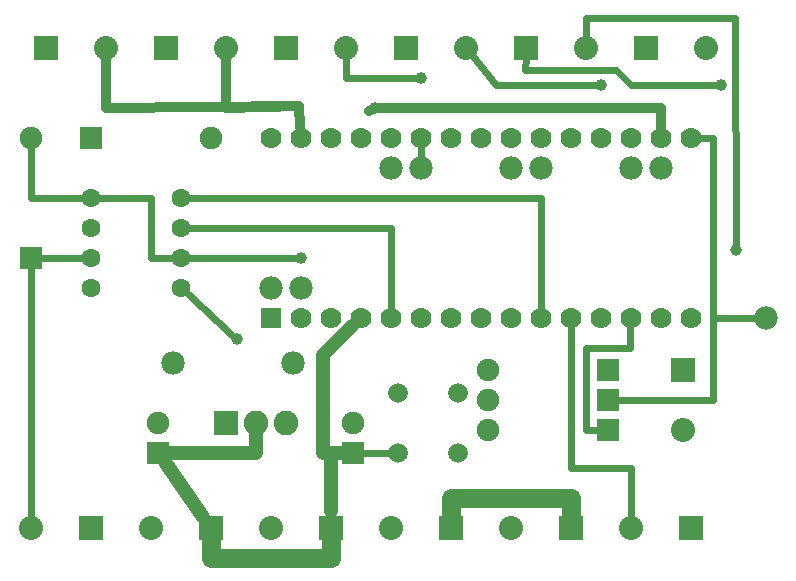
<source format=gbl>
G04 MADE WITH FRITZING*
G04 WWW.FRITZING.ORG*
G04 DOUBLE SIDED*
G04 HOLES PLATED*
G04 CONTOUR ON CENTER OF CONTOUR VECTOR*
%ASAXBY*%
%FSLAX23Y23*%
%MOIN*%
%OFA0B0*%
%SFA1.0B1.0*%
%ADD10C,0.039370*%
%ADD11C,0.078000*%
%ADD12C,0.065418*%
%ADD13C,0.070000*%
%ADD14C,0.063000*%
%ADD15C,0.075000*%
%ADD16C,0.080000*%
%ADD17C,0.082000*%
%ADD18R,0.070000X0.069972*%
%ADD19R,0.075000X0.075000*%
%ADD20R,0.080000X0.080000*%
%ADD21R,0.082000X0.082000*%
%ADD22C,0.024000*%
%ADD23C,0.048000*%
%ADD24C,0.064000*%
%ADD25C,0.032000*%
%LNCOPPER0*%
G90*
G70*
G54D10*
X894Y1077D03*
G54D11*
X1106Y1250D03*
X1006Y1250D03*
X1506Y1650D03*
X1406Y1650D03*
X1906Y1650D03*
X1806Y1650D03*
X2306Y1650D03*
X2206Y1650D03*
X2656Y1150D03*
G54D12*
X1631Y900D03*
X1631Y700D03*
X1431Y900D03*
X1431Y700D03*
G54D13*
X1006Y1150D03*
X1106Y1150D03*
X1206Y1150D03*
X1306Y1150D03*
X1406Y1150D03*
X1506Y1150D03*
X1606Y1150D03*
X1706Y1150D03*
X1806Y1150D03*
X1906Y1150D03*
X2006Y1150D03*
X2106Y1150D03*
X2206Y1150D03*
X2306Y1150D03*
X2406Y1150D03*
X1006Y1750D03*
X1106Y1750D03*
X1206Y1750D03*
X1306Y1750D03*
X1406Y1750D03*
X1506Y1750D03*
X1606Y1750D03*
X1706Y1750D03*
X1806Y1750D03*
X1906Y1750D03*
X2006Y1750D03*
X2106Y1750D03*
X2206Y1750D03*
X2306Y1750D03*
X2406Y1750D03*
G54D14*
X706Y1250D03*
X706Y1350D03*
X706Y1450D03*
X706Y1550D03*
X406Y1550D03*
X406Y1450D03*
X406Y1350D03*
X406Y1250D03*
G54D15*
X206Y1350D03*
X206Y1750D03*
X406Y1750D03*
X806Y1750D03*
G54D16*
X1606Y450D03*
X1406Y450D03*
X1206Y450D03*
X1006Y450D03*
X406Y450D03*
X206Y450D03*
X656Y2050D03*
X856Y2050D03*
X2256Y2050D03*
X2456Y2050D03*
X1856Y2050D03*
X2056Y2050D03*
X256Y2050D03*
X456Y2050D03*
X1456Y2050D03*
X1656Y2050D03*
X1056Y2050D03*
X1256Y2050D03*
X806Y450D03*
X606Y450D03*
X2406Y450D03*
X2206Y450D03*
X2381Y975D03*
X2381Y775D03*
X2006Y450D03*
X1806Y450D03*
G54D17*
X856Y800D03*
X956Y800D03*
X1056Y800D03*
G54D15*
X1281Y700D03*
X1281Y800D03*
X631Y700D03*
X631Y800D03*
G54D10*
X1106Y1350D03*
G54D15*
X2131Y775D03*
X1731Y775D03*
X2131Y975D03*
X1731Y975D03*
X2131Y875D03*
X1731Y875D03*
G54D10*
X1354Y1850D03*
X1506Y1950D03*
G54D11*
X1081Y1000D03*
X681Y1000D03*
G54D10*
X2506Y1924D03*
X2557Y1376D03*
X2106Y1924D03*
G54D18*
X1006Y1150D03*
G54D19*
X206Y1350D03*
X406Y1750D03*
G54D20*
X1606Y450D03*
X1206Y450D03*
X406Y450D03*
X656Y2050D03*
X2256Y2050D03*
X1856Y2050D03*
X256Y2050D03*
X1456Y2050D03*
X1056Y2050D03*
X806Y450D03*
X2406Y450D03*
X2381Y975D03*
X2006Y450D03*
G54D21*
X856Y800D03*
G54D19*
X1281Y700D03*
X631Y700D03*
X2131Y775D03*
X2131Y975D03*
X2131Y875D03*
G54D22*
X880Y1090D02*
X726Y1232D01*
D02*
X2006Y1121D02*
X2006Y950D01*
D02*
X2006Y950D02*
X2006Y650D01*
D02*
X2006Y650D02*
X2206Y650D01*
D02*
X2206Y650D02*
X2206Y481D01*
D02*
X1506Y1721D02*
X1506Y1680D01*
G54D23*
D02*
X957Y699D02*
X670Y700D01*
D02*
X956Y757D02*
X957Y699D01*
D02*
X781Y485D02*
X653Y668D01*
G54D24*
D02*
X1206Y350D02*
X806Y350D01*
D02*
X806Y350D02*
X806Y408D01*
D02*
X1206Y408D02*
X1206Y350D01*
D02*
X1606Y493D02*
X1606Y550D01*
D02*
X2006Y550D02*
X2006Y493D01*
D02*
X1606Y550D02*
X2006Y550D01*
G54D22*
D02*
X378Y1350D02*
X234Y1350D01*
D02*
X206Y481D02*
X206Y1322D01*
D02*
X1906Y1179D02*
X1906Y1550D01*
D02*
X1906Y1550D02*
X733Y1550D01*
D02*
X678Y1350D02*
X606Y1350D01*
D02*
X606Y1550D02*
X433Y1550D01*
D02*
X606Y1350D02*
X606Y1550D01*
D02*
X1087Y1350D02*
X733Y1350D01*
D02*
X206Y1550D02*
X378Y1550D01*
D02*
X206Y1722D02*
X206Y1550D01*
G54D25*
D02*
X456Y1850D02*
X456Y2014D01*
D02*
X1100Y1856D02*
X456Y1850D01*
D02*
X1104Y1785D02*
X1100Y1856D01*
D02*
X1100Y1856D02*
X856Y1850D01*
D02*
X856Y1850D02*
X856Y2014D01*
D02*
X1354Y1850D02*
X2306Y1850D01*
D02*
X2306Y1850D02*
X2306Y1785D01*
D02*
X1332Y1839D02*
X1354Y1850D01*
G54D22*
D02*
X2087Y1924D02*
X1757Y1924D01*
D02*
X1757Y1924D02*
X1675Y2026D01*
D02*
X1257Y1950D02*
X1256Y2019D01*
D02*
X1487Y1950D02*
X1257Y1950D01*
D02*
X2057Y1050D02*
X2202Y1050D01*
D02*
X2057Y776D02*
X2057Y1050D01*
D02*
X2202Y1050D02*
X2204Y1121D01*
D02*
X2102Y776D02*
X2057Y776D01*
D02*
X2480Y1750D02*
X2435Y1750D01*
D02*
X2480Y876D02*
X2480Y1750D01*
D02*
X2159Y875D02*
X2480Y876D01*
D02*
X733Y1450D02*
X1406Y1450D01*
D02*
X1406Y1450D02*
X1406Y1179D01*
D02*
X2206Y1924D02*
X2487Y1924D01*
D02*
X2157Y1976D02*
X2206Y1924D01*
D02*
X1854Y1976D02*
X2157Y1976D01*
D02*
X1855Y2019D02*
X1854Y1976D01*
D02*
X2554Y2150D02*
X2557Y1395D01*
D02*
X2057Y2150D02*
X2554Y2150D01*
D02*
X2056Y2081D02*
X2057Y2150D01*
D02*
X1397Y700D02*
X1309Y700D01*
D02*
X2435Y1750D02*
X2480Y1750D01*
D02*
X2480Y1750D02*
X2480Y1150D01*
D02*
X2480Y1150D02*
X2625Y1150D01*
G54D23*
D02*
X1206Y699D02*
X1230Y700D01*
D02*
X1206Y504D02*
X1206Y699D01*
D02*
X1181Y1026D02*
X1277Y1122D01*
D02*
X1181Y699D02*
X1181Y1026D01*
D02*
X1241Y700D02*
X1181Y699D01*
G04 End of Copper0*
M02*
</source>
